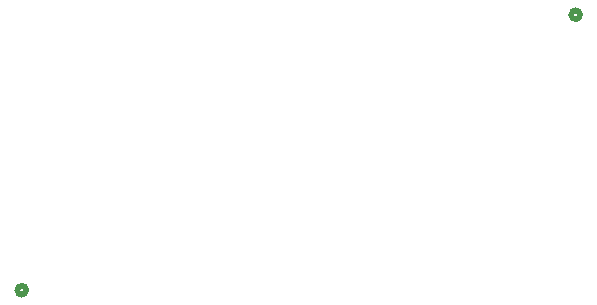
<source format=gbo>
G04 #@! TF.GenerationSoftware,KiCad,Pcbnew,8.0.5*
G04 #@! TF.CreationDate,2025-03-03T19:21:05-05:00*
G04 #@! TF.ProjectId,solar_power_manager,736f6c61-725f-4706-9f77-65725f6d616e,rev?*
G04 #@! TF.SameCoordinates,Original*
G04 #@! TF.FileFunction,Legend,Bot*
G04 #@! TF.FilePolarity,Positive*
%FSLAX46Y46*%
G04 Gerber Fmt 4.6, Leading zero omitted, Abs format (unit mm)*
G04 Created by KiCad (PCBNEW 8.0.5) date 2025-03-03 19:21:05*
%MOMM*%
%LPD*%
G01*
G04 APERTURE LIST*
G04 Aperture macros list*
%AMRoundRect*
0 Rectangle with rounded corners*
0 $1 Rounding radius*
0 $2 $3 $4 $5 $6 $7 $8 $9 X,Y pos of 4 corners*
0 Add a 4 corners polygon primitive as box body*
4,1,4,$2,$3,$4,$5,$6,$7,$8,$9,$2,$3,0*
0 Add four circle primitives for the rounded corners*
1,1,$1+$1,$2,$3*
1,1,$1+$1,$4,$5*
1,1,$1+$1,$6,$7*
1,1,$1+$1,$8,$9*
0 Add four rect primitives between the rounded corners*
20,1,$1+$1,$2,$3,$4,$5,0*
20,1,$1+$1,$4,$5,$6,$7,0*
20,1,$1+$1,$6,$7,$8,$9,0*
20,1,$1+$1,$8,$9,$2,$3,0*%
G04 Aperture macros list end*
%ADD10C,0.508000*%
%ADD11C,0.788500*%
%ADD12C,0.010000*%
%ADD13C,3.200000*%
%ADD14C,1.803400*%
%ADD15C,1.854000*%
%ADD16RoundRect,0.102000X-0.749300X-0.749300X0.749300X-0.749300X0.749300X0.749300X-0.749300X0.749300X0*%
%ADD17C,1.702600*%
%ADD18C,1.000000*%
%ADD19RoundRect,0.102000X0.754000X-0.754000X0.754000X0.754000X-0.754000X0.754000X-0.754000X-0.754000X0*%
%ADD20C,1.712000*%
%ADD21O,3.220000X1.712000*%
%ADD22C,0.600000*%
G04 APERTURE END LIST*
D10*
X141461000Y-76215000D02*
G75*
G02*
X140699000Y-76215000I-381000J0D01*
G01*
X140699000Y-76215000D02*
G75*
G02*
X141461000Y-76215000I381000J0D01*
G01*
X188361100Y-52890000D02*
G75*
G02*
X187599100Y-52890000I-381000J0D01*
G01*
X187599100Y-52890000D02*
G75*
G02*
X188361100Y-52890000I381000J0D01*
G01*
%LPC*%
D11*
X154464250Y-51845000D02*
G75*
G02*
X153675750Y-51845000I-394250J0D01*
G01*
X153675750Y-51845000D02*
G75*
G02*
X154464250Y-51845000I394250J0D01*
G01*
X159464250Y-51845000D02*
G75*
G02*
X158675750Y-51845000I-394250J0D01*
G01*
X158675750Y-51845000D02*
G75*
G02*
X159464250Y-51845000I394250J0D01*
G01*
D12*
X154334000Y-50158000D02*
X152970000Y-50158000D01*
X152941000Y-50158000D01*
X152911000Y-50155000D01*
X152882000Y-50152000D01*
X152853000Y-50146000D01*
X152824000Y-50139000D01*
X152796000Y-50131000D01*
X152768000Y-50121000D01*
X152741000Y-50110000D01*
X152714000Y-50097000D01*
X152688000Y-50083000D01*
X152663000Y-50068000D01*
X152639000Y-50051000D01*
X152615000Y-50033000D01*
X152593000Y-50014000D01*
X152572000Y-49993000D01*
X152551000Y-49972000D01*
X152532000Y-49950000D01*
X152514000Y-49926000D01*
X152497000Y-49902000D01*
X152482000Y-49877000D01*
X152468000Y-49851000D01*
X152455000Y-49824000D01*
X152444000Y-49797000D01*
X152434000Y-49769000D01*
X152426000Y-49741000D01*
X152419000Y-49712000D01*
X152413000Y-49683000D01*
X152410000Y-49654000D01*
X152407000Y-49624000D01*
X152407000Y-49595000D01*
X152407000Y-48695000D01*
X152407000Y-48666000D01*
X152410000Y-48636000D01*
X152413000Y-48607000D01*
X152419000Y-48578000D01*
X152426000Y-48549000D01*
X152434000Y-48521000D01*
X152444000Y-48493000D01*
X152455000Y-48466000D01*
X152468000Y-48439000D01*
X152482000Y-48413000D01*
X152497000Y-48388000D01*
X152514000Y-48364000D01*
X152532000Y-48340000D01*
X152551000Y-48318000D01*
X152572000Y-48297000D01*
X152593000Y-48276000D01*
X152615000Y-48257000D01*
X152639000Y-48239000D01*
X152663000Y-48222000D01*
X152688000Y-48207000D01*
X152714000Y-48193000D01*
X152741000Y-48180000D01*
X152768000Y-48169000D01*
X152796000Y-48159000D01*
X152824000Y-48151000D01*
X152853000Y-48144000D01*
X152882000Y-48138000D01*
X152911000Y-48135000D01*
X152941000Y-48132000D01*
X152970000Y-48131000D01*
X154333500Y-48131500D01*
X154334000Y-48131000D01*
X154334000Y-50158000D01*
G36*
X154334000Y-50158000D02*
G01*
X152970000Y-50158000D01*
X152941000Y-50158000D01*
X152911000Y-50155000D01*
X152882000Y-50152000D01*
X152853000Y-50146000D01*
X152824000Y-50139000D01*
X152796000Y-50131000D01*
X152768000Y-50121000D01*
X152741000Y-50110000D01*
X152714000Y-50097000D01*
X152688000Y-50083000D01*
X152663000Y-50068000D01*
X152639000Y-50051000D01*
X152615000Y-50033000D01*
X152593000Y-50014000D01*
X152572000Y-49993000D01*
X152551000Y-49972000D01*
X152532000Y-49950000D01*
X152514000Y-49926000D01*
X152497000Y-49902000D01*
X152482000Y-49877000D01*
X152468000Y-49851000D01*
X152455000Y-49824000D01*
X152444000Y-49797000D01*
X152434000Y-49769000D01*
X152426000Y-49741000D01*
X152419000Y-49712000D01*
X152413000Y-49683000D01*
X152410000Y-49654000D01*
X152407000Y-49624000D01*
X152407000Y-49595000D01*
X152407000Y-48695000D01*
X152407000Y-48666000D01*
X152410000Y-48636000D01*
X152413000Y-48607000D01*
X152419000Y-48578000D01*
X152426000Y-48549000D01*
X152434000Y-48521000D01*
X152444000Y-48493000D01*
X152455000Y-48466000D01*
X152468000Y-48439000D01*
X152482000Y-48413000D01*
X152497000Y-48388000D01*
X152514000Y-48364000D01*
X152532000Y-48340000D01*
X152551000Y-48318000D01*
X152572000Y-48297000D01*
X152593000Y-48276000D01*
X152615000Y-48257000D01*
X152639000Y-48239000D01*
X152663000Y-48222000D01*
X152688000Y-48207000D01*
X152714000Y-48193000D01*
X152741000Y-48180000D01*
X152768000Y-48169000D01*
X152796000Y-48159000D01*
X152824000Y-48151000D01*
X152853000Y-48144000D01*
X152882000Y-48138000D01*
X152911000Y-48135000D01*
X152941000Y-48132000D01*
X152970000Y-48131000D01*
X154333500Y-48131500D01*
X154334000Y-48131000D01*
X154334000Y-50158000D01*
G37*
X160199000Y-48132000D02*
X160229000Y-48135000D01*
X160258000Y-48138000D01*
X160287000Y-48144000D01*
X160316000Y-48151000D01*
X160344000Y-48159000D01*
X160372000Y-48169000D01*
X160399000Y-48180000D01*
X160426000Y-48193000D01*
X160452000Y-48207000D01*
X160477000Y-48222000D01*
X160501000Y-48239000D01*
X160525000Y-48257000D01*
X160547000Y-48276000D01*
X160568000Y-48297000D01*
X160589000Y-48318000D01*
X160608000Y-48340000D01*
X160626000Y-48364000D01*
X160643000Y-48388000D01*
X160658000Y-48413000D01*
X160672000Y-48439000D01*
X160685000Y-48466000D01*
X160696000Y-48493000D01*
X160706000Y-48521000D01*
X160714000Y-48549000D01*
X160721000Y-48578000D01*
X160727000Y-48607000D01*
X160730000Y-48636000D01*
X160733000Y-48666000D01*
X160733000Y-48695000D01*
X160733000Y-49595000D01*
X160733000Y-49624000D01*
X160730000Y-49654000D01*
X160727000Y-49683000D01*
X160721000Y-49712000D01*
X160714000Y-49741000D01*
X160706000Y-49769000D01*
X160696000Y-49797000D01*
X160685000Y-49824000D01*
X160672000Y-49851000D01*
X160658000Y-49877000D01*
X160643000Y-49902000D01*
X160626000Y-49926000D01*
X160608000Y-49950000D01*
X160589000Y-49972000D01*
X160568000Y-49993000D01*
X160547000Y-50014000D01*
X160525000Y-50033000D01*
X160501000Y-50051000D01*
X160477000Y-50068000D01*
X160452000Y-50083000D01*
X160426000Y-50097000D01*
X160399000Y-50110000D01*
X160372000Y-50121000D01*
X160344000Y-50131000D01*
X160316000Y-50139000D01*
X160287000Y-50146000D01*
X160258000Y-50152000D01*
X160229000Y-50155000D01*
X160199000Y-50158000D01*
X160170000Y-50158000D01*
X158806000Y-50158000D01*
X158806000Y-48131000D01*
X158806500Y-48131500D01*
X160170000Y-48131000D01*
X160199000Y-48132000D01*
G36*
X160199000Y-48132000D02*
G01*
X160229000Y-48135000D01*
X160258000Y-48138000D01*
X160287000Y-48144000D01*
X160316000Y-48151000D01*
X160344000Y-48159000D01*
X160372000Y-48169000D01*
X160399000Y-48180000D01*
X160426000Y-48193000D01*
X160452000Y-48207000D01*
X160477000Y-48222000D01*
X160501000Y-48239000D01*
X160525000Y-48257000D01*
X160547000Y-48276000D01*
X160568000Y-48297000D01*
X160589000Y-48318000D01*
X160608000Y-48340000D01*
X160626000Y-48364000D01*
X160643000Y-48388000D01*
X160658000Y-48413000D01*
X160672000Y-48439000D01*
X160685000Y-48466000D01*
X160696000Y-48493000D01*
X160706000Y-48521000D01*
X160714000Y-48549000D01*
X160721000Y-48578000D01*
X160727000Y-48607000D01*
X160730000Y-48636000D01*
X160733000Y-48666000D01*
X160733000Y-48695000D01*
X160733000Y-49595000D01*
X160733000Y-49624000D01*
X160730000Y-49654000D01*
X160727000Y-49683000D01*
X160721000Y-49712000D01*
X160714000Y-49741000D01*
X160706000Y-49769000D01*
X160696000Y-49797000D01*
X160685000Y-49824000D01*
X160672000Y-49851000D01*
X160658000Y-49877000D01*
X160643000Y-49902000D01*
X160626000Y-49926000D01*
X160608000Y-49950000D01*
X160589000Y-49972000D01*
X160568000Y-49993000D01*
X160547000Y-50014000D01*
X160525000Y-50033000D01*
X160501000Y-50051000D01*
X160477000Y-50068000D01*
X160452000Y-50083000D01*
X160426000Y-50097000D01*
X160399000Y-50110000D01*
X160372000Y-50121000D01*
X160344000Y-50131000D01*
X160316000Y-50139000D01*
X160287000Y-50146000D01*
X160258000Y-50152000D01*
X160229000Y-50155000D01*
X160199000Y-50158000D01*
X160170000Y-50158000D01*
X158806000Y-50158000D01*
X158806000Y-48131000D01*
X158806500Y-48131500D01*
X160170000Y-48131000D01*
X160199000Y-48132000D01*
G37*
D13*
X201960000Y-99360000D03*
X201960000Y-88040000D03*
D14*
X141080000Y-71810000D03*
X141080000Y-66810000D03*
D13*
X141660000Y-51570000D03*
D15*
X192080000Y-64270000D03*
X192080000Y-66810000D03*
X192080000Y-69350000D03*
D14*
X183575100Y-52890000D03*
X178575100Y-52890000D03*
D13*
X141660000Y-88090000D03*
D15*
X195580000Y-64270000D03*
X195580000Y-66810000D03*
X195580000Y-69350000D03*
D13*
X141660000Y-99360000D03*
D15*
X188580000Y-64270000D03*
X188580000Y-66810000D03*
X188580000Y-69350000D03*
D13*
X201960000Y-51570000D03*
D15*
X169160000Y-94250000D03*
X171700000Y-94250000D03*
X174240000Y-94250000D03*
D16*
X170410000Y-100920000D03*
D17*
X171680000Y-98380000D03*
X172950000Y-100920000D03*
D18*
X202552500Y-69027250D03*
X202552500Y-64477250D03*
D19*
X200552500Y-63252250D03*
D20*
X200552500Y-65752250D03*
X200552500Y-67752250D03*
X200552500Y-70252250D03*
D21*
X202552500Y-72602250D03*
X202552500Y-60902250D03*
D22*
X162750000Y-61020000D03*
X160120000Y-61000000D03*
X145960000Y-63050000D03*
X201390000Y-75250000D03*
X182970000Y-58140000D03*
X202800000Y-75220000D03*
X185690000Y-68970000D03*
X162550000Y-55510000D03*
X144570000Y-63050000D03*
X196600000Y-78000000D03*
X154980000Y-85870000D03*
X166000000Y-73510000D03*
X155330000Y-55640000D03*
X139680000Y-75090000D03*
X152900000Y-55660000D03*
X163090000Y-72700000D03*
X153430000Y-74200000D03*
X163070000Y-74330000D03*
X187840000Y-54360000D03*
X187880000Y-56640000D03*
X204470000Y-59400000D03*
X183134000Y-73406000D03*
X141100000Y-75070000D03*
X165990000Y-74470000D03*
X200330000Y-59470000D03*
X160100000Y-55560000D03*
X184890000Y-58110000D03*
X186350000Y-70140000D03*
X150300000Y-52830000D03*
X147280000Y-63050000D03*
X150290000Y-49530000D03*
X204160000Y-75250000D03*
X155780000Y-74180000D03*
X180840000Y-69130000D03*
X163670000Y-69080000D03*
X164980000Y-73510000D03*
X194650000Y-78010000D03*
X146920000Y-67800000D03*
X153730000Y-85870000D03*
X187780000Y-50190000D03*
X150300000Y-55660000D03*
X162470000Y-49150000D03*
X199630000Y-76850000D03*
X167560000Y-69350000D03*
X174850000Y-53210000D03*
X199640000Y-77990000D03*
X164980000Y-74460000D03*
X154610000Y-74180000D03*
X156200000Y-85830000D03*
X174850000Y-50960000D03*
X174830000Y-48890000D03*
X146920000Y-69820000D03*
X162520000Y-52790000D03*
X198640000Y-60720000D03*
X181050000Y-58140000D03*
X159240000Y-83130000D03*
X156359500Y-80330500D03*
X192790000Y-81850000D03*
X179750000Y-68880000D03*
X179750000Y-77320000D03*
X165153159Y-66816841D03*
X168640000Y-70910000D03*
X164833258Y-65653258D03*
X169180000Y-71550000D03*
X156040000Y-70950000D03*
X152110000Y-65870000D03*
X198600000Y-67480000D03*
X198600000Y-65500000D03*
X202510000Y-59430000D03*
%LPD*%
M02*

</source>
